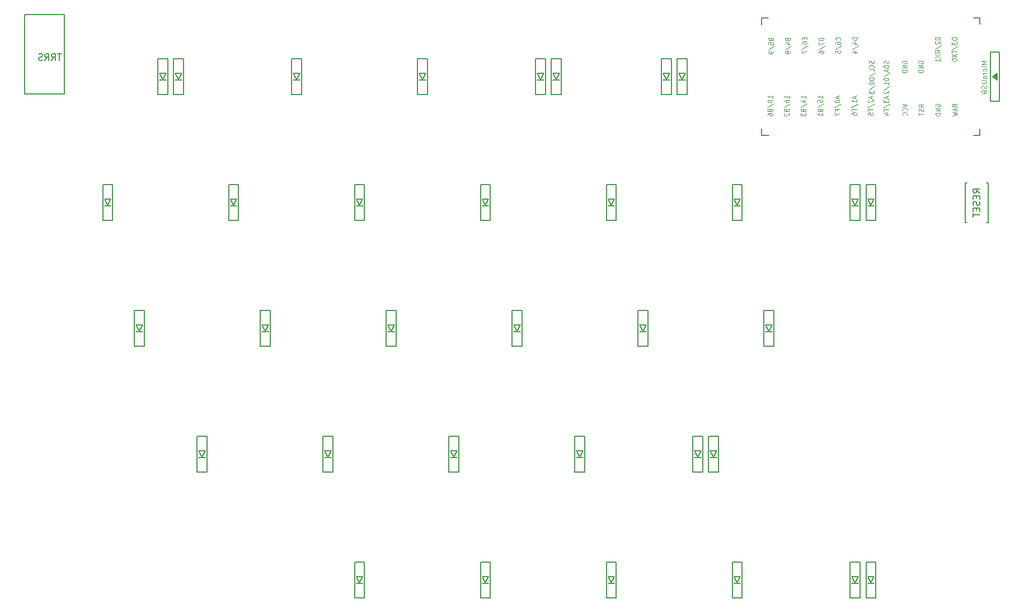
<source format=gbr>
G04 #@! TF.GenerationSoftware,KiCad,Pcbnew,(5.1.2-1)-1*
G04 #@! TF.CreationDate,2019-08-02T10:41:21+09:00*
G04 #@! TF.ProjectId,split-ask_right,73706c69-742d-4617-936b-5f7269676874,rev?*
G04 #@! TF.SameCoordinates,Original*
G04 #@! TF.FileFunction,Legend,Bot*
G04 #@! TF.FilePolarity,Positive*
%FSLAX46Y46*%
G04 Gerber Fmt 4.6, Leading zero omitted, Abs format (unit mm)*
G04 Created by KiCad (PCBNEW (5.1.2-1)-1) date 2019-08-02 10:41:21*
%MOMM*%
%LPD*%
G04 APERTURE LIST*
%ADD10C,0.150000*%
%ADD11C,0.120000*%
%ADD12C,0.125000*%
G04 APERTURE END LIST*
D10*
X175022000Y-33737500D02*
X174522000Y-32837500D01*
X174522000Y-32837500D02*
X175522000Y-32837500D01*
X175522000Y-32837500D02*
X175022000Y-33737500D01*
X174522000Y-33837500D02*
X175522000Y-33837500D01*
X174272000Y-30637500D02*
X174272000Y-36037500D01*
X174272000Y-36037500D02*
X175772000Y-36037500D01*
X175772000Y-36037500D02*
X175772000Y-30637500D01*
X175772000Y-30637500D02*
X174272000Y-30637500D01*
X178153000Y-30637500D02*
X176653000Y-30637500D01*
X178153000Y-36037500D02*
X178153000Y-30637500D01*
X176653000Y-36037500D02*
X178153000Y-36037500D01*
X176653000Y-30637500D02*
X176653000Y-36037500D01*
X176903000Y-33837500D02*
X177903000Y-33837500D01*
X177903000Y-32837500D02*
X177403000Y-33737500D01*
X176903000Y-32837500D02*
X177903000Y-32837500D01*
X177403000Y-33737500D02*
X176903000Y-32837500D01*
X195262000Y-33737500D02*
X194762000Y-32837500D01*
X194762000Y-32837500D02*
X195762000Y-32837500D01*
X195762000Y-32837500D02*
X195262000Y-33737500D01*
X194762000Y-33837500D02*
X195762000Y-33837500D01*
X194512000Y-30637500D02*
X194512000Y-36037500D01*
X194512000Y-36037500D02*
X196012000Y-36037500D01*
X196012000Y-36037500D02*
X196012000Y-30637500D01*
X196012000Y-30637500D02*
X194512000Y-30637500D01*
X215062000Y-30637500D02*
X213562000Y-30637500D01*
X215062000Y-36037500D02*
X215062000Y-30637500D01*
X213562000Y-36037500D02*
X215062000Y-36037500D01*
X213562000Y-30637500D02*
X213562000Y-36037500D01*
X213812000Y-33837500D02*
X214812000Y-33837500D01*
X214812000Y-32837500D02*
X214312000Y-33737500D01*
X213812000Y-32837500D02*
X214812000Y-32837500D01*
X214312000Y-33737500D02*
X213812000Y-32837500D01*
X232172000Y-33737500D02*
X231672000Y-32837500D01*
X231672000Y-32837500D02*
X232672000Y-32837500D01*
X232672000Y-32837500D02*
X232172000Y-33737500D01*
X231672000Y-33837500D02*
X232672000Y-33837500D01*
X231422000Y-30637500D02*
X231422000Y-36037500D01*
X231422000Y-36037500D02*
X232922000Y-36037500D01*
X232922000Y-36037500D02*
X232922000Y-30637500D01*
X232922000Y-30637500D02*
X231422000Y-30637500D01*
X235303000Y-30637500D02*
X233803000Y-30637500D01*
X235303000Y-36037500D02*
X235303000Y-30637500D01*
X233803000Y-36037500D02*
X235303000Y-36037500D01*
X233803000Y-30637500D02*
X233803000Y-36037500D01*
X234053000Y-33837500D02*
X235053000Y-33837500D01*
X235053000Y-32837500D02*
X234553000Y-33737500D01*
X234053000Y-32837500D02*
X235053000Y-32837500D01*
X234553000Y-33737500D02*
X234053000Y-32837500D01*
X251222000Y-33737500D02*
X250722000Y-32837500D01*
X250722000Y-32837500D02*
X251722000Y-32837500D01*
X251722000Y-32837500D02*
X251222000Y-33737500D01*
X250722000Y-33837500D02*
X251722000Y-33837500D01*
X250472000Y-30637500D02*
X250472000Y-36037500D01*
X250472000Y-36037500D02*
X251972000Y-36037500D01*
X251972000Y-36037500D02*
X251972000Y-30637500D01*
X251972000Y-30637500D02*
X250472000Y-30637500D01*
X254353000Y-30637500D02*
X252853000Y-30637500D01*
X254353000Y-36037500D02*
X254353000Y-30637500D01*
X252853000Y-36037500D02*
X254353000Y-36037500D01*
X252853000Y-30637500D02*
X252853000Y-36037500D01*
X253103000Y-33837500D02*
X254103000Y-33837500D01*
X254103000Y-32837500D02*
X253603000Y-33737500D01*
X253103000Y-32837500D02*
X254103000Y-32837500D01*
X253603000Y-33737500D02*
X253103000Y-32837500D01*
X166688000Y-52787500D02*
X166188000Y-51887500D01*
X166188000Y-51887500D02*
X167188000Y-51887500D01*
X167188000Y-51887500D02*
X166688000Y-52787500D01*
X166188000Y-52887500D02*
X167188000Y-52887500D01*
X165938000Y-49687500D02*
X165938000Y-55087500D01*
X165938000Y-55087500D02*
X167438000Y-55087500D01*
X167438000Y-55087500D02*
X167438000Y-49687500D01*
X167438000Y-49687500D02*
X165938000Y-49687500D01*
X186488000Y-49687500D02*
X184988000Y-49687500D01*
X186488000Y-55087500D02*
X186488000Y-49687500D01*
X184988000Y-55087500D02*
X186488000Y-55087500D01*
X184988000Y-49687500D02*
X184988000Y-55087500D01*
X185238000Y-52887500D02*
X186238000Y-52887500D01*
X186238000Y-51887500D02*
X185738000Y-52787500D01*
X185238000Y-51887500D02*
X186238000Y-51887500D01*
X185738000Y-52787500D02*
X185238000Y-51887500D01*
X204788000Y-52787500D02*
X204288000Y-51887500D01*
X204288000Y-51887500D02*
X205288000Y-51887500D01*
X205288000Y-51887500D02*
X204788000Y-52787500D01*
X204288000Y-52887500D02*
X205288000Y-52887500D01*
X204038000Y-49687500D02*
X204038000Y-55087500D01*
X204038000Y-55087500D02*
X205538000Y-55087500D01*
X205538000Y-55087500D02*
X205538000Y-49687500D01*
X205538000Y-49687500D02*
X204038000Y-49687500D01*
X224588000Y-49687500D02*
X223088000Y-49687500D01*
X224588000Y-55087500D02*
X224588000Y-49687500D01*
X223088000Y-55087500D02*
X224588000Y-55087500D01*
X223088000Y-49687500D02*
X223088000Y-55087500D01*
X223338000Y-52887500D02*
X224338000Y-52887500D01*
X224338000Y-51887500D02*
X223838000Y-52787500D01*
X223338000Y-51887500D02*
X224338000Y-51887500D01*
X223838000Y-52787500D02*
X223338000Y-51887500D01*
X242888000Y-52787500D02*
X242388000Y-51887500D01*
X242388000Y-51887500D02*
X243388000Y-51887500D01*
X243388000Y-51887500D02*
X242888000Y-52787500D01*
X242388000Y-52887500D02*
X243388000Y-52887500D01*
X242138000Y-49687500D02*
X242138000Y-55087500D01*
X242138000Y-55087500D02*
X243638000Y-55087500D01*
X243638000Y-55087500D02*
X243638000Y-49687500D01*
X243638000Y-49687500D02*
X242138000Y-49687500D01*
X262688000Y-49687500D02*
X261188000Y-49687500D01*
X262688000Y-55087500D02*
X262688000Y-49687500D01*
X261188000Y-55087500D02*
X262688000Y-55087500D01*
X261188000Y-49687500D02*
X261188000Y-55087500D01*
X261438000Y-52887500D02*
X262438000Y-52887500D01*
X262438000Y-51887500D02*
X261938000Y-52787500D01*
X261438000Y-51887500D02*
X262438000Y-51887500D01*
X261938000Y-52787500D02*
X261438000Y-51887500D01*
X279797000Y-52787500D02*
X279297000Y-51887500D01*
X279297000Y-51887500D02*
X280297000Y-51887500D01*
X280297000Y-51887500D02*
X279797000Y-52787500D01*
X279297000Y-52887500D02*
X280297000Y-52887500D01*
X279047000Y-49687500D02*
X279047000Y-55087500D01*
X279047000Y-55087500D02*
X280547000Y-55087500D01*
X280547000Y-55087500D02*
X280547000Y-49687500D01*
X280547000Y-49687500D02*
X279047000Y-49687500D01*
X282928000Y-49687500D02*
X281428000Y-49687500D01*
X282928000Y-55087500D02*
X282928000Y-49687500D01*
X281428000Y-55087500D02*
X282928000Y-55087500D01*
X281428000Y-49687500D02*
X281428000Y-55087500D01*
X281678000Y-52887500D02*
X282678000Y-52887500D01*
X282678000Y-51887500D02*
X282178000Y-52787500D01*
X281678000Y-51887500D02*
X282678000Y-51887500D01*
X282178000Y-52787500D02*
X281678000Y-51887500D01*
X171450000Y-71837500D02*
X170950000Y-70937500D01*
X170950000Y-70937500D02*
X171950000Y-70937500D01*
X171950000Y-70937500D02*
X171450000Y-71837500D01*
X170950000Y-71937500D02*
X171950000Y-71937500D01*
X170700000Y-68737500D02*
X170700000Y-74137500D01*
X170700000Y-74137500D02*
X172200000Y-74137500D01*
X172200000Y-74137500D02*
X172200000Y-68737500D01*
X172200000Y-68737500D02*
X170700000Y-68737500D01*
X191250000Y-68737500D02*
X189750000Y-68737500D01*
X191250000Y-74137500D02*
X191250000Y-68737500D01*
X189750000Y-74137500D02*
X191250000Y-74137500D01*
X189750000Y-68737500D02*
X189750000Y-74137500D01*
X190000000Y-71937500D02*
X191000000Y-71937500D01*
X191000000Y-70937500D02*
X190500000Y-71837500D01*
X190000000Y-70937500D02*
X191000000Y-70937500D01*
X190500000Y-71837500D02*
X190000000Y-70937500D01*
X209550000Y-71837500D02*
X209050000Y-70937500D01*
X209050000Y-70937500D02*
X210050000Y-70937500D01*
X210050000Y-70937500D02*
X209550000Y-71837500D01*
X209050000Y-71937500D02*
X210050000Y-71937500D01*
X208800000Y-68737500D02*
X208800000Y-74137500D01*
X208800000Y-74137500D02*
X210300000Y-74137500D01*
X210300000Y-74137500D02*
X210300000Y-68737500D01*
X210300000Y-68737500D02*
X208800000Y-68737500D01*
X229350000Y-68737500D02*
X227850000Y-68737500D01*
X229350000Y-74137500D02*
X229350000Y-68737500D01*
X227850000Y-74137500D02*
X229350000Y-74137500D01*
X227850000Y-68737500D02*
X227850000Y-74137500D01*
X228100000Y-71937500D02*
X229100000Y-71937500D01*
X229100000Y-70937500D02*
X228600000Y-71837500D01*
X228100000Y-70937500D02*
X229100000Y-70937500D01*
X228600000Y-71837500D02*
X228100000Y-70937500D01*
X247650000Y-71837500D02*
X247150000Y-70937500D01*
X247150000Y-70937500D02*
X248150000Y-70937500D01*
X248150000Y-70937500D02*
X247650000Y-71837500D01*
X247150000Y-71937500D02*
X248150000Y-71937500D01*
X246900000Y-68737500D02*
X246900000Y-74137500D01*
X246900000Y-74137500D02*
X248400000Y-74137500D01*
X248400000Y-74137500D02*
X248400000Y-68737500D01*
X248400000Y-68737500D02*
X246900000Y-68737500D01*
X267450000Y-68737500D02*
X265950000Y-68737500D01*
X267450000Y-74137500D02*
X267450000Y-68737500D01*
X265950000Y-74137500D02*
X267450000Y-74137500D01*
X265950000Y-68737500D02*
X265950000Y-74137500D01*
X266200000Y-71937500D02*
X267200000Y-71937500D01*
X267200000Y-70937500D02*
X266700000Y-71837500D01*
X266200000Y-70937500D02*
X267200000Y-70937500D01*
X266700000Y-71837500D02*
X266200000Y-70937500D01*
X180975000Y-90887500D02*
X180475000Y-89987500D01*
X180475000Y-89987500D02*
X181475000Y-89987500D01*
X181475000Y-89987500D02*
X180975000Y-90887500D01*
X180475000Y-90987500D02*
X181475000Y-90987500D01*
X180225000Y-87787500D02*
X180225000Y-93187500D01*
X180225000Y-93187500D02*
X181725000Y-93187500D01*
X181725000Y-93187500D02*
X181725000Y-87787500D01*
X181725000Y-87787500D02*
X180225000Y-87787500D01*
X200775000Y-87787500D02*
X199275000Y-87787500D01*
X200775000Y-93187500D02*
X200775000Y-87787500D01*
X199275000Y-93187500D02*
X200775000Y-93187500D01*
X199275000Y-87787500D02*
X199275000Y-93187500D01*
X199525000Y-90987500D02*
X200525000Y-90987500D01*
X200525000Y-89987500D02*
X200025000Y-90887500D01*
X199525000Y-89987500D02*
X200525000Y-89987500D01*
X200025000Y-90887500D02*
X199525000Y-89987500D01*
X219075000Y-90887500D02*
X218575000Y-89987500D01*
X218575000Y-89987500D02*
X219575000Y-89987500D01*
X219575000Y-89987500D02*
X219075000Y-90887500D01*
X218575000Y-90987500D02*
X219575000Y-90987500D01*
X218325000Y-87787500D02*
X218325000Y-93187500D01*
X218325000Y-93187500D02*
X219825000Y-93187500D01*
X219825000Y-93187500D02*
X219825000Y-87787500D01*
X219825000Y-87787500D02*
X218325000Y-87787500D01*
X238875000Y-87787500D02*
X237375000Y-87787500D01*
X238875000Y-93187500D02*
X238875000Y-87787500D01*
X237375000Y-93187500D02*
X238875000Y-93187500D01*
X237375000Y-87787500D02*
X237375000Y-93187500D01*
X237625000Y-90987500D02*
X238625000Y-90987500D01*
X238625000Y-89987500D02*
X238125000Y-90887500D01*
X237625000Y-89987500D02*
X238625000Y-89987500D01*
X238125000Y-90887500D02*
X237625000Y-89987500D01*
X255984000Y-90887500D02*
X255484000Y-89987500D01*
X255484000Y-89987500D02*
X256484000Y-89987500D01*
X256484000Y-89987500D02*
X255984000Y-90887500D01*
X255484000Y-90987500D02*
X256484000Y-90987500D01*
X255234000Y-87787500D02*
X255234000Y-93187500D01*
X255234000Y-93187500D02*
X256734000Y-93187500D01*
X256734000Y-93187500D02*
X256734000Y-87787500D01*
X256734000Y-87787500D02*
X255234000Y-87787500D01*
X259116000Y-87787500D02*
X257616000Y-87787500D01*
X259116000Y-93187500D02*
X259116000Y-87787500D01*
X257616000Y-93187500D02*
X259116000Y-93187500D01*
X257616000Y-87787500D02*
X257616000Y-93187500D01*
X257866000Y-90987500D02*
X258866000Y-90987500D01*
X258866000Y-89987500D02*
X258366000Y-90887500D01*
X257866000Y-89987500D02*
X258866000Y-89987500D01*
X258366000Y-90887500D02*
X257866000Y-89987500D01*
X160162000Y-23960000D02*
X154162000Y-23960000D01*
X154162000Y-23960000D02*
X154162000Y-35960000D01*
X154162000Y-35960000D02*
X160162000Y-35960000D01*
X160162000Y-35960000D02*
X160162000Y-23960000D01*
X204788000Y-109938000D02*
X204288000Y-109038000D01*
X204288000Y-109038000D02*
X205288000Y-109038000D01*
X205288000Y-109038000D02*
X204788000Y-109938000D01*
X204288000Y-110038000D02*
X205288000Y-110038000D01*
X204038000Y-106838000D02*
X204038000Y-112238000D01*
X204038000Y-112238000D02*
X205538000Y-112238000D01*
X205538000Y-112238000D02*
X205538000Y-106838000D01*
X205538000Y-106838000D02*
X204038000Y-106838000D01*
X224588000Y-106838000D02*
X223088000Y-106838000D01*
X224588000Y-112238000D02*
X224588000Y-106838000D01*
X223088000Y-112238000D02*
X224588000Y-112238000D01*
X223088000Y-106838000D02*
X223088000Y-112238000D01*
X223338000Y-110038000D02*
X224338000Y-110038000D01*
X224338000Y-109038000D02*
X223838000Y-109938000D01*
X223338000Y-109038000D02*
X224338000Y-109038000D01*
X223838000Y-109938000D02*
X223338000Y-109038000D01*
X242888000Y-109938000D02*
X242388000Y-109038000D01*
X242388000Y-109038000D02*
X243388000Y-109038000D01*
X243388000Y-109038000D02*
X242888000Y-109938000D01*
X242388000Y-110038000D02*
X243388000Y-110038000D01*
X242138000Y-106838000D02*
X242138000Y-112238000D01*
X242138000Y-112238000D02*
X243638000Y-112238000D01*
X243638000Y-112238000D02*
X243638000Y-106838000D01*
X243638000Y-106838000D02*
X242138000Y-106838000D01*
X262688000Y-106838000D02*
X261188000Y-106838000D01*
X262688000Y-112238000D02*
X262688000Y-106838000D01*
X261188000Y-112238000D02*
X262688000Y-112238000D01*
X261188000Y-106838000D02*
X261188000Y-112238000D01*
X261438000Y-110038000D02*
X262438000Y-110038000D01*
X262438000Y-109038000D02*
X261938000Y-109938000D01*
X261438000Y-109038000D02*
X262438000Y-109038000D01*
X261938000Y-109938000D02*
X261438000Y-109038000D01*
X279797000Y-109938000D02*
X279297000Y-109038000D01*
X279297000Y-109038000D02*
X280297000Y-109038000D01*
X280297000Y-109038000D02*
X279797000Y-109938000D01*
X279297000Y-110038000D02*
X280297000Y-110038000D01*
X279047000Y-106838000D02*
X279047000Y-112238000D01*
X279047000Y-112238000D02*
X280547000Y-112238000D01*
X280547000Y-112238000D02*
X280547000Y-106838000D01*
X280547000Y-106838000D02*
X279047000Y-106838000D01*
X282928000Y-106838000D02*
X281428000Y-106838000D01*
X282928000Y-112238000D02*
X282928000Y-106838000D01*
X281428000Y-112238000D02*
X282928000Y-112238000D01*
X281428000Y-106838000D02*
X281428000Y-112238000D01*
X281678000Y-110038000D02*
X282678000Y-110038000D01*
X282678000Y-109038000D02*
X282178000Y-109938000D01*
X281678000Y-109038000D02*
X282678000Y-109038000D01*
X282178000Y-109938000D02*
X281678000Y-109038000D01*
X300790000Y-33487500D02*
X300790000Y-33187500D01*
X300940000Y-33587500D02*
X300940000Y-33087500D01*
X301090000Y-33687500D02*
X301090000Y-32987500D01*
X300590000Y-33337500D02*
X301240000Y-33837500D01*
X301240000Y-32837500D02*
X300590000Y-33337500D01*
X301240000Y-33837500D02*
X301240000Y-32837500D01*
X301590000Y-29587500D02*
X301590000Y-37087500D01*
X300290000Y-29587500D02*
X301590000Y-29587500D01*
X300290000Y-37087500D02*
X300290000Y-29587500D01*
X301590000Y-37087500D02*
X300290000Y-37087500D01*
X298690000Y-42237500D02*
X297690000Y-42237500D01*
X298690000Y-24437500D02*
X297690000Y-24437500D01*
X298690000Y-42237500D02*
X298690000Y-41237500D01*
X298690000Y-24437500D02*
X298690000Y-25387500D01*
X266690000Y-42237500D02*
X265640000Y-42237500D01*
X266640000Y-24437500D02*
X265640000Y-24437500D01*
X265640000Y-42237500D02*
X265640000Y-41237500D01*
X265640000Y-24437500D02*
X265640000Y-25447500D01*
X299930000Y-49387500D02*
X299930000Y-55387500D01*
X299930000Y-55387500D02*
X299680000Y-55387500D01*
X299930000Y-49387500D02*
X299680000Y-49387500D01*
X296430000Y-49387500D02*
X296680000Y-49387500D01*
X296430000Y-49387500D02*
X296430000Y-55387500D01*
X296430000Y-55387500D02*
X296680000Y-55387500D01*
X159673904Y-29862380D02*
X159102476Y-29862380D01*
X159388190Y-30862380D02*
X159388190Y-29862380D01*
X158197714Y-30862380D02*
X158531047Y-30386190D01*
X158769142Y-30862380D02*
X158769142Y-29862380D01*
X158388190Y-29862380D01*
X158292952Y-29910000D01*
X158245333Y-29957619D01*
X158197714Y-30052857D01*
X158197714Y-30195714D01*
X158245333Y-30290952D01*
X158292952Y-30338571D01*
X158388190Y-30386190D01*
X158769142Y-30386190D01*
X157197714Y-30862380D02*
X157531047Y-30386190D01*
X157769142Y-30862380D02*
X157769142Y-29862380D01*
X157388190Y-29862380D01*
X157292952Y-29910000D01*
X157245333Y-29957619D01*
X157197714Y-30052857D01*
X157197714Y-30195714D01*
X157245333Y-30290952D01*
X157292952Y-30338571D01*
X157388190Y-30386190D01*
X157769142Y-30386190D01*
X156816761Y-30814761D02*
X156673904Y-30862380D01*
X156435809Y-30862380D01*
X156340571Y-30814761D01*
X156292952Y-30767142D01*
X156245333Y-30671904D01*
X156245333Y-30576666D01*
X156292952Y-30481428D01*
X156340571Y-30433809D01*
X156435809Y-30386190D01*
X156626285Y-30338571D01*
X156721523Y-30290952D01*
X156769142Y-30243333D01*
X156816761Y-30148095D01*
X156816761Y-30052857D01*
X156769142Y-29957619D01*
X156721523Y-29910000D01*
X156626285Y-29862380D01*
X156388190Y-29862380D01*
X156245333Y-29910000D01*
D11*
X299679285Y-30941071D02*
X298929285Y-30941071D01*
X299465000Y-31191071D01*
X298929285Y-31441071D01*
X299679285Y-31441071D01*
X299679285Y-31798214D02*
X299179285Y-31798214D01*
X298929285Y-31798214D02*
X298965000Y-31762500D01*
X299000714Y-31798214D01*
X298965000Y-31833928D01*
X298929285Y-31798214D01*
X299000714Y-31798214D01*
X299643571Y-32476785D02*
X299679285Y-32405357D01*
X299679285Y-32262500D01*
X299643571Y-32191071D01*
X299607857Y-32155357D01*
X299536428Y-32119642D01*
X299322142Y-32119642D01*
X299250714Y-32155357D01*
X299215000Y-32191071D01*
X299179285Y-32262500D01*
X299179285Y-32405357D01*
X299215000Y-32476785D01*
X299679285Y-32798214D02*
X299179285Y-32798214D01*
X299322142Y-32798214D02*
X299250714Y-32833928D01*
X299215000Y-32869642D01*
X299179285Y-32941071D01*
X299179285Y-33012500D01*
X299679285Y-33369642D02*
X299643571Y-33298214D01*
X299607857Y-33262500D01*
X299536428Y-33226785D01*
X299322142Y-33226785D01*
X299250714Y-33262500D01*
X299215000Y-33298214D01*
X299179285Y-33369642D01*
X299179285Y-33476785D01*
X299215000Y-33548214D01*
X299250714Y-33583928D01*
X299322142Y-33619642D01*
X299536428Y-33619642D01*
X299607857Y-33583928D01*
X299643571Y-33548214D01*
X299679285Y-33476785D01*
X299679285Y-33369642D01*
X298929285Y-33941071D02*
X299536428Y-33941071D01*
X299607857Y-33976785D01*
X299643571Y-34012500D01*
X299679285Y-34083928D01*
X299679285Y-34226785D01*
X299643571Y-34298214D01*
X299607857Y-34333928D01*
X299536428Y-34369642D01*
X298929285Y-34369642D01*
X299643571Y-34691071D02*
X299679285Y-34798214D01*
X299679285Y-34976785D01*
X299643571Y-35048214D01*
X299607857Y-35083928D01*
X299536428Y-35119642D01*
X299465000Y-35119642D01*
X299393571Y-35083928D01*
X299357857Y-35048214D01*
X299322142Y-34976785D01*
X299286428Y-34833928D01*
X299250714Y-34762500D01*
X299215000Y-34726785D01*
X299143571Y-34691071D01*
X299072142Y-34691071D01*
X299000714Y-34726785D01*
X298965000Y-34762500D01*
X298929285Y-34833928D01*
X298929285Y-35012500D01*
X298965000Y-35119642D01*
X299286428Y-35691071D02*
X299322142Y-35798214D01*
X299357857Y-35833928D01*
X299429285Y-35869642D01*
X299536428Y-35869642D01*
X299607857Y-35833928D01*
X299643571Y-35798214D01*
X299679285Y-35726785D01*
X299679285Y-35441071D01*
X298929285Y-35441071D01*
X298929285Y-35691071D01*
X298965000Y-35762500D01*
X299000714Y-35798214D01*
X299072142Y-35833928D01*
X299143571Y-35833928D01*
X299215000Y-35798214D01*
X299250714Y-35762500D01*
X299286428Y-35691071D01*
X299286428Y-35441071D01*
D12*
X269536428Y-27691309D02*
X269572142Y-27787023D01*
X269607857Y-27818928D01*
X269679285Y-27850833D01*
X269786428Y-27850833D01*
X269857857Y-27818928D01*
X269893571Y-27787023D01*
X269929285Y-27723214D01*
X269929285Y-27467976D01*
X269179285Y-27467976D01*
X269179285Y-27691309D01*
X269215000Y-27755119D01*
X269250714Y-27787023D01*
X269322142Y-27818928D01*
X269393571Y-27818928D01*
X269465000Y-27787023D01*
X269500714Y-27755119D01*
X269536428Y-27691309D01*
X269536428Y-27467976D01*
X269429285Y-28425119D02*
X269929285Y-28425119D01*
X269143571Y-28265595D02*
X269679285Y-28106071D01*
X269679285Y-28520833D01*
X269143571Y-29254642D02*
X270107857Y-28680357D01*
X269500714Y-29573690D02*
X269465000Y-29509880D01*
X269429285Y-29477976D01*
X269357857Y-29446071D01*
X269322142Y-29446071D01*
X269250714Y-29477976D01*
X269215000Y-29509880D01*
X269179285Y-29573690D01*
X269179285Y-29701309D01*
X269215000Y-29765119D01*
X269250714Y-29797023D01*
X269322142Y-29828928D01*
X269357857Y-29828928D01*
X269429285Y-29797023D01*
X269465000Y-29765119D01*
X269500714Y-29701309D01*
X269500714Y-29573690D01*
X269536428Y-29509880D01*
X269572142Y-29477976D01*
X269643571Y-29446071D01*
X269786428Y-29446071D01*
X269857857Y-29477976D01*
X269893571Y-29509880D01*
X269929285Y-29573690D01*
X269929285Y-29701309D01*
X269893571Y-29765119D01*
X269857857Y-29797023D01*
X269786428Y-29828928D01*
X269643571Y-29828928D01*
X269572142Y-29797023D01*
X269536428Y-29765119D01*
X269500714Y-29701309D01*
X292629285Y-27363928D02*
X291879285Y-27363928D01*
X291879285Y-27523452D01*
X291915000Y-27619166D01*
X291986428Y-27682976D01*
X292057857Y-27714880D01*
X292200714Y-27746785D01*
X292307857Y-27746785D01*
X292450714Y-27714880D01*
X292522142Y-27682976D01*
X292593571Y-27619166D01*
X292629285Y-27523452D01*
X292629285Y-27363928D01*
X291950714Y-28002023D02*
X291915000Y-28033928D01*
X291879285Y-28097738D01*
X291879285Y-28257261D01*
X291915000Y-28321071D01*
X291950714Y-28352976D01*
X292022142Y-28384880D01*
X292093571Y-28384880D01*
X292200714Y-28352976D01*
X292629285Y-27970119D01*
X292629285Y-28384880D01*
X291843571Y-29150595D02*
X292807857Y-28576309D01*
X292629285Y-29756785D02*
X292272142Y-29533452D01*
X292629285Y-29373928D02*
X291879285Y-29373928D01*
X291879285Y-29629166D01*
X291915000Y-29692976D01*
X291950714Y-29724880D01*
X292022142Y-29756785D01*
X292129285Y-29756785D01*
X292200714Y-29724880D01*
X292236428Y-29692976D01*
X292272142Y-29629166D01*
X292272142Y-29373928D01*
X291879285Y-29980119D02*
X292629285Y-30426785D01*
X291879285Y-30426785D02*
X292629285Y-29980119D01*
X292629285Y-31032976D02*
X292629285Y-30650119D01*
X292629285Y-30841547D02*
X291879285Y-30841547D01*
X291986428Y-30777738D01*
X292057857Y-30713928D01*
X292093571Y-30650119D01*
X267036428Y-27691309D02*
X267072142Y-27787023D01*
X267107857Y-27818928D01*
X267179285Y-27850833D01*
X267286428Y-27850833D01*
X267357857Y-27818928D01*
X267393571Y-27787023D01*
X267429285Y-27723214D01*
X267429285Y-27467976D01*
X266679285Y-27467976D01*
X266679285Y-27691309D01*
X266715000Y-27755119D01*
X266750714Y-27787023D01*
X266822142Y-27818928D01*
X266893571Y-27818928D01*
X266965000Y-27787023D01*
X267000714Y-27755119D01*
X267036428Y-27691309D01*
X267036428Y-27467976D01*
X266679285Y-28457023D02*
X266679285Y-28137976D01*
X267036428Y-28106071D01*
X267000714Y-28137976D01*
X266965000Y-28201785D01*
X266965000Y-28361309D01*
X267000714Y-28425119D01*
X267036428Y-28457023D01*
X267107857Y-28488928D01*
X267286428Y-28488928D01*
X267357857Y-28457023D01*
X267393571Y-28425119D01*
X267429285Y-28361309D01*
X267429285Y-28201785D01*
X267393571Y-28137976D01*
X267357857Y-28106071D01*
X266643571Y-29254642D02*
X267607857Y-28680357D01*
X267429285Y-29509880D02*
X267429285Y-29637500D01*
X267393571Y-29701309D01*
X267357857Y-29733214D01*
X267250714Y-29797023D01*
X267107857Y-29828928D01*
X266822142Y-29828928D01*
X266750714Y-29797023D01*
X266715000Y-29765119D01*
X266679285Y-29701309D01*
X266679285Y-29573690D01*
X266715000Y-29509880D01*
X266750714Y-29477976D01*
X266822142Y-29446071D01*
X267000714Y-29446071D01*
X267072142Y-29477976D01*
X267107857Y-29509880D01*
X267143571Y-29573690D01*
X267143571Y-29701309D01*
X267107857Y-29765119D01*
X267072142Y-29797023D01*
X267000714Y-29828928D01*
X277507857Y-27808690D02*
X277543571Y-27776785D01*
X277579285Y-27681071D01*
X277579285Y-27617261D01*
X277543571Y-27521547D01*
X277472142Y-27457737D01*
X277400714Y-27425833D01*
X277257857Y-27393928D01*
X277150714Y-27393928D01*
X277007857Y-27425833D01*
X276936428Y-27457737D01*
X276865000Y-27521547D01*
X276829285Y-27617261D01*
X276829285Y-27681071D01*
X276865000Y-27776785D01*
X276900714Y-27808690D01*
X276829285Y-28382976D02*
X276829285Y-28255357D01*
X276865000Y-28191547D01*
X276900714Y-28159642D01*
X277007857Y-28095833D01*
X277150714Y-28063928D01*
X277436428Y-28063928D01*
X277507857Y-28095833D01*
X277543571Y-28127737D01*
X277579285Y-28191547D01*
X277579285Y-28319166D01*
X277543571Y-28382976D01*
X277507857Y-28414880D01*
X277436428Y-28446785D01*
X277257857Y-28446785D01*
X277186428Y-28414880D01*
X277150714Y-28382976D01*
X277115000Y-28319166D01*
X277115000Y-28191547D01*
X277150714Y-28127737D01*
X277186428Y-28095833D01*
X277257857Y-28063928D01*
X276793571Y-29212499D02*
X277757857Y-28638214D01*
X276829285Y-29754880D02*
X276829285Y-29435833D01*
X277186428Y-29403928D01*
X277150714Y-29435833D01*
X277115000Y-29499642D01*
X277115000Y-29659166D01*
X277150714Y-29722976D01*
X277186428Y-29754880D01*
X277257857Y-29786785D01*
X277436428Y-29786785D01*
X277507857Y-29754880D01*
X277543571Y-29722976D01*
X277579285Y-29659166D01*
X277579285Y-29499642D01*
X277543571Y-29435833D01*
X277507857Y-29403928D01*
X282593571Y-30927380D02*
X282629285Y-31023095D01*
X282629285Y-31182619D01*
X282593571Y-31246428D01*
X282557857Y-31278333D01*
X282486428Y-31310238D01*
X282415000Y-31310238D01*
X282343571Y-31278333D01*
X282307857Y-31246428D01*
X282272142Y-31182619D01*
X282236428Y-31055000D01*
X282200714Y-30991190D01*
X282165000Y-30959285D01*
X282093571Y-30927380D01*
X282022142Y-30927380D01*
X281950714Y-30959285D01*
X281915000Y-30991190D01*
X281879285Y-31055000D01*
X281879285Y-31214523D01*
X281915000Y-31310238D01*
X282557857Y-31980238D02*
X282593571Y-31948333D01*
X282629285Y-31852619D01*
X282629285Y-31788809D01*
X282593571Y-31693095D01*
X282522142Y-31629285D01*
X282450714Y-31597380D01*
X282307857Y-31565476D01*
X282200714Y-31565476D01*
X282057857Y-31597380D01*
X281986428Y-31629285D01*
X281915000Y-31693095D01*
X281879285Y-31788809D01*
X281879285Y-31852619D01*
X281915000Y-31948333D01*
X281950714Y-31980238D01*
X282629285Y-32586428D02*
X282629285Y-32267380D01*
X281879285Y-32267380D01*
X281843571Y-33288333D02*
X282807857Y-32714047D01*
X282629285Y-33511666D02*
X281879285Y-33511666D01*
X281879285Y-33671190D01*
X281915000Y-33766904D01*
X281986428Y-33830714D01*
X282057857Y-33862619D01*
X282200714Y-33894523D01*
X282307857Y-33894523D01*
X282450714Y-33862619D01*
X282522142Y-33830714D01*
X282593571Y-33766904D01*
X282629285Y-33671190D01*
X282629285Y-33511666D01*
X281879285Y-34309285D02*
X281879285Y-34373095D01*
X281915000Y-34436904D01*
X281950714Y-34468809D01*
X282022142Y-34500714D01*
X282165000Y-34532619D01*
X282343571Y-34532619D01*
X282486428Y-34500714D01*
X282557857Y-34468809D01*
X282593571Y-34436904D01*
X282629285Y-34373095D01*
X282629285Y-34309285D01*
X282593571Y-34245476D01*
X282557857Y-34213571D01*
X282486428Y-34181666D01*
X282343571Y-34149761D01*
X282165000Y-34149761D01*
X282022142Y-34181666D01*
X281950714Y-34213571D01*
X281915000Y-34245476D01*
X281879285Y-34309285D01*
X281843571Y-35298333D02*
X282807857Y-34724047D01*
X281879285Y-35457857D02*
X281879285Y-35872619D01*
X282165000Y-35649285D01*
X282165000Y-35745000D01*
X282200714Y-35808809D01*
X282236428Y-35840714D01*
X282307857Y-35872619D01*
X282486428Y-35872619D01*
X282557857Y-35840714D01*
X282593571Y-35808809D01*
X282629285Y-35745000D01*
X282629285Y-35553571D01*
X282593571Y-35489761D01*
X282557857Y-35457857D01*
X284833571Y-30927381D02*
X284869285Y-31023095D01*
X284869285Y-31182619D01*
X284833571Y-31246429D01*
X284797857Y-31278333D01*
X284726428Y-31310238D01*
X284655000Y-31310238D01*
X284583571Y-31278333D01*
X284547857Y-31246429D01*
X284512142Y-31182619D01*
X284476428Y-31055000D01*
X284440714Y-30991191D01*
X284405000Y-30959286D01*
X284333571Y-30927381D01*
X284262142Y-30927381D01*
X284190714Y-30959286D01*
X284155000Y-30991191D01*
X284119285Y-31055000D01*
X284119285Y-31214524D01*
X284155000Y-31310238D01*
X284869285Y-31597381D02*
X284119285Y-31597381D01*
X284119285Y-31756905D01*
X284155000Y-31852619D01*
X284226428Y-31916429D01*
X284297857Y-31948333D01*
X284440714Y-31980238D01*
X284547857Y-31980238D01*
X284690714Y-31948333D01*
X284762142Y-31916429D01*
X284833571Y-31852619D01*
X284869285Y-31756905D01*
X284869285Y-31597381D01*
X284655000Y-32235476D02*
X284655000Y-32554524D01*
X284869285Y-32171667D02*
X284119285Y-32395000D01*
X284869285Y-32618333D01*
X284083571Y-33320238D02*
X285047857Y-32745953D01*
X284869285Y-33543572D02*
X284119285Y-33543572D01*
X284119285Y-33703095D01*
X284155000Y-33798810D01*
X284226428Y-33862619D01*
X284297857Y-33894524D01*
X284440714Y-33926429D01*
X284547857Y-33926429D01*
X284690714Y-33894524D01*
X284762142Y-33862619D01*
X284833571Y-33798810D01*
X284869285Y-33703095D01*
X284869285Y-33543572D01*
X284869285Y-34564524D02*
X284869285Y-34181667D01*
X284869285Y-34373095D02*
X284119285Y-34373095D01*
X284226428Y-34309286D01*
X284297857Y-34245476D01*
X284333571Y-34181667D01*
X284083571Y-35330238D02*
X285047857Y-34755953D01*
X284190714Y-35521667D02*
X284155000Y-35553572D01*
X284119285Y-35617381D01*
X284119285Y-35776905D01*
X284155000Y-35840714D01*
X284190714Y-35872619D01*
X284262142Y-35904524D01*
X284333571Y-35904524D01*
X284440714Y-35872619D01*
X284869285Y-35489762D01*
X284869285Y-35904524D01*
X280129285Y-27425833D02*
X279379285Y-27425833D01*
X279379285Y-27585357D01*
X279415000Y-27681071D01*
X279486428Y-27744880D01*
X279557857Y-27776785D01*
X279700714Y-27808690D01*
X279807857Y-27808690D01*
X279950714Y-27776785D01*
X280022142Y-27744880D01*
X280093571Y-27681071D01*
X280129285Y-27585357D01*
X280129285Y-27425833D01*
X279629285Y-28382976D02*
X280129285Y-28382976D01*
X279343571Y-28223452D02*
X279879285Y-28063928D01*
X279879285Y-28478690D01*
X279343571Y-29212499D02*
X280307857Y-28638214D01*
X279629285Y-29722976D02*
X280129285Y-29722976D01*
X279343571Y-29563452D02*
X279879285Y-29403928D01*
X279879285Y-29818690D01*
X295179285Y-27443690D02*
X294429285Y-27443690D01*
X294429285Y-27603214D01*
X294465000Y-27698928D01*
X294536428Y-27762738D01*
X294607857Y-27794642D01*
X294750714Y-27826547D01*
X294857857Y-27826547D01*
X295000714Y-27794642D01*
X295072142Y-27762738D01*
X295143571Y-27698928D01*
X295179285Y-27603214D01*
X295179285Y-27443690D01*
X294429285Y-28049880D02*
X294429285Y-28464642D01*
X294715000Y-28241309D01*
X294715000Y-28337023D01*
X294750714Y-28400833D01*
X294786428Y-28432738D01*
X294857857Y-28464642D01*
X295036428Y-28464642D01*
X295107857Y-28432738D01*
X295143571Y-28400833D01*
X295179285Y-28337023D01*
X295179285Y-28145595D01*
X295143571Y-28081785D01*
X295107857Y-28049880D01*
X294393571Y-29230357D02*
X295357857Y-28656071D01*
X294429285Y-29357976D02*
X294429285Y-29740833D01*
X295179285Y-29549404D02*
X294429285Y-29549404D01*
X294429285Y-29900357D02*
X295179285Y-30347023D01*
X294429285Y-30347023D02*
X295179285Y-29900357D01*
X294429285Y-30729880D02*
X294429285Y-30793690D01*
X294465000Y-30857500D01*
X294500714Y-30889404D01*
X294572142Y-30921309D01*
X294715000Y-30953214D01*
X294893571Y-30953214D01*
X295036428Y-30921309D01*
X295107857Y-30889404D01*
X295143571Y-30857500D01*
X295179285Y-30793690D01*
X295179285Y-30729880D01*
X295143571Y-30666071D01*
X295107857Y-30634166D01*
X295036428Y-30602261D01*
X294893571Y-30570357D01*
X294715000Y-30570357D01*
X294572142Y-30602261D01*
X294500714Y-30634166D01*
X294465000Y-30666071D01*
X294429285Y-30729880D01*
X286915000Y-31310238D02*
X286879285Y-31246429D01*
X286879285Y-31150715D01*
X286915000Y-31055000D01*
X286986428Y-30991191D01*
X287057857Y-30959286D01*
X287200714Y-30927381D01*
X287307857Y-30927381D01*
X287450714Y-30959286D01*
X287522142Y-30991191D01*
X287593571Y-31055000D01*
X287629285Y-31150715D01*
X287629285Y-31214524D01*
X287593571Y-31310238D01*
X287557857Y-31342143D01*
X287307857Y-31342143D01*
X287307857Y-31214524D01*
X287629285Y-31629286D02*
X286879285Y-31629286D01*
X287629285Y-32012143D01*
X286879285Y-32012143D01*
X287629285Y-32331191D02*
X286879285Y-32331191D01*
X286879285Y-32490715D01*
X286915000Y-32586429D01*
X286986428Y-32650238D01*
X287057857Y-32682143D01*
X287200714Y-32714048D01*
X287307857Y-32714048D01*
X287450714Y-32682143D01*
X287522142Y-32650238D01*
X287593571Y-32586429D01*
X287629285Y-32490715D01*
X287629285Y-32331191D01*
X289365000Y-31310238D02*
X289329285Y-31246429D01*
X289329285Y-31150715D01*
X289365000Y-31055000D01*
X289436428Y-30991191D01*
X289507857Y-30959286D01*
X289650714Y-30927381D01*
X289757857Y-30927381D01*
X289900714Y-30959286D01*
X289972142Y-30991191D01*
X290043571Y-31055000D01*
X290079285Y-31150715D01*
X290079285Y-31214524D01*
X290043571Y-31310238D01*
X290007857Y-31342143D01*
X289757857Y-31342143D01*
X289757857Y-31214524D01*
X290079285Y-31629286D02*
X289329285Y-31629286D01*
X290079285Y-32012143D01*
X289329285Y-32012143D01*
X290079285Y-32331191D02*
X289329285Y-32331191D01*
X289329285Y-32490715D01*
X289365000Y-32586429D01*
X289436428Y-32650238D01*
X289507857Y-32682143D01*
X289650714Y-32714048D01*
X289757857Y-32714048D01*
X289900714Y-32682143D01*
X289972142Y-32650238D01*
X290043571Y-32586429D01*
X290079285Y-32490715D01*
X290079285Y-32331191D01*
X275029285Y-27467976D02*
X274279285Y-27467976D01*
X274279285Y-27627500D01*
X274315000Y-27723214D01*
X274386428Y-27787023D01*
X274457857Y-27818928D01*
X274600714Y-27850833D01*
X274707857Y-27850833D01*
X274850714Y-27818928D01*
X274922142Y-27787023D01*
X274993571Y-27723214D01*
X275029285Y-27627500D01*
X275029285Y-27467976D01*
X274279285Y-28074166D02*
X274279285Y-28520833D01*
X275029285Y-28233690D01*
X274243571Y-29254642D02*
X275207857Y-28680357D01*
X274279285Y-29765119D02*
X274279285Y-29637500D01*
X274315000Y-29573690D01*
X274350714Y-29541785D01*
X274457857Y-29477976D01*
X274600714Y-29446071D01*
X274886428Y-29446071D01*
X274957857Y-29477976D01*
X274993571Y-29509880D01*
X275029285Y-29573690D01*
X275029285Y-29701309D01*
X274993571Y-29765119D01*
X274957857Y-29797023D01*
X274886428Y-29828928D01*
X274707857Y-29828928D01*
X274636428Y-29797023D01*
X274600714Y-29765119D01*
X274565000Y-29701309D01*
X274565000Y-29573690D01*
X274600714Y-29509880D01*
X274636428Y-29477976D01*
X274707857Y-29446071D01*
X272086428Y-27425832D02*
X272086428Y-27649166D01*
X272479285Y-27744880D02*
X272479285Y-27425832D01*
X271729285Y-27425832D01*
X271729285Y-27744880D01*
X271729285Y-28319166D02*
X271729285Y-28191547D01*
X271765000Y-28127737D01*
X271800714Y-28095832D01*
X271907857Y-28032023D01*
X272050714Y-28000118D01*
X272336428Y-28000118D01*
X272407857Y-28032023D01*
X272443571Y-28063928D01*
X272479285Y-28127737D01*
X272479285Y-28255356D01*
X272443571Y-28319166D01*
X272407857Y-28351071D01*
X272336428Y-28382975D01*
X272157857Y-28382975D01*
X272086428Y-28351071D01*
X272050714Y-28319166D01*
X272015000Y-28255356D01*
X272015000Y-28127737D01*
X272050714Y-28063928D01*
X272086428Y-28032023D01*
X272157857Y-28000118D01*
X271693571Y-29148690D02*
X272657857Y-28574404D01*
X271729285Y-29308213D02*
X271729285Y-29754880D01*
X272479285Y-29467737D01*
X269779285Y-36599880D02*
X269779285Y-36217023D01*
X269779285Y-36408452D02*
X269029285Y-36408452D01*
X269136428Y-36344642D01*
X269207857Y-36280833D01*
X269243571Y-36217023D01*
X269029285Y-37174166D02*
X269029285Y-37046547D01*
X269065000Y-36982738D01*
X269100714Y-36950833D01*
X269207857Y-36887023D01*
X269350714Y-36855119D01*
X269636428Y-36855119D01*
X269707857Y-36887023D01*
X269743571Y-36918928D01*
X269779285Y-36982738D01*
X269779285Y-37110357D01*
X269743571Y-37174166D01*
X269707857Y-37206071D01*
X269636428Y-37237976D01*
X269457857Y-37237976D01*
X269386428Y-37206071D01*
X269350714Y-37174166D01*
X269315000Y-37110357D01*
X269315000Y-36982738D01*
X269350714Y-36918928D01*
X269386428Y-36887023D01*
X269457857Y-36855119D01*
X268993571Y-38003690D02*
X269957857Y-37429404D01*
X269386428Y-38450357D02*
X269422142Y-38546071D01*
X269457857Y-38577976D01*
X269529285Y-38609880D01*
X269636428Y-38609880D01*
X269707857Y-38577976D01*
X269743571Y-38546071D01*
X269779285Y-38482261D01*
X269779285Y-38227023D01*
X269029285Y-38227023D01*
X269029285Y-38450357D01*
X269065000Y-38514166D01*
X269100714Y-38546071D01*
X269172142Y-38577976D01*
X269243571Y-38577976D01*
X269315000Y-38546071D01*
X269350714Y-38514166D01*
X269386428Y-38450357D01*
X269386428Y-38227023D01*
X269100714Y-38865119D02*
X269065000Y-38897023D01*
X269029285Y-38960833D01*
X269029285Y-39120357D01*
X269065000Y-39184166D01*
X269100714Y-39216071D01*
X269172142Y-39247976D01*
X269243571Y-39247976D01*
X269350714Y-39216071D01*
X269779285Y-38833214D01*
X269779285Y-39247976D01*
X267279285Y-36599880D02*
X267279285Y-36217023D01*
X267279285Y-36408452D02*
X266529285Y-36408452D01*
X266636428Y-36344642D01*
X266707857Y-36280833D01*
X266743571Y-36217023D01*
X266529285Y-37014642D02*
X266529285Y-37078452D01*
X266565000Y-37142261D01*
X266600714Y-37174166D01*
X266672142Y-37206071D01*
X266815000Y-37237976D01*
X266993571Y-37237976D01*
X267136428Y-37206071D01*
X267207857Y-37174166D01*
X267243571Y-37142261D01*
X267279285Y-37078452D01*
X267279285Y-37014642D01*
X267243571Y-36950833D01*
X267207857Y-36918928D01*
X267136428Y-36887023D01*
X266993571Y-36855119D01*
X266815000Y-36855119D01*
X266672142Y-36887023D01*
X266600714Y-36918928D01*
X266565000Y-36950833D01*
X266529285Y-37014642D01*
X266493571Y-38003690D02*
X267457857Y-37429404D01*
X266886428Y-38450357D02*
X266922142Y-38546071D01*
X266957857Y-38577976D01*
X267029285Y-38609880D01*
X267136428Y-38609880D01*
X267207857Y-38577976D01*
X267243571Y-38546071D01*
X267279285Y-38482261D01*
X267279285Y-38227023D01*
X266529285Y-38227023D01*
X266529285Y-38450357D01*
X266565000Y-38514166D01*
X266600714Y-38546071D01*
X266672142Y-38577976D01*
X266743571Y-38577976D01*
X266815000Y-38546071D01*
X266850714Y-38514166D01*
X266886428Y-38450357D01*
X266886428Y-38227023D01*
X266529285Y-39184166D02*
X266529285Y-39056547D01*
X266565000Y-38992738D01*
X266600714Y-38960833D01*
X266707857Y-38897023D01*
X266850714Y-38865119D01*
X267136428Y-38865119D01*
X267207857Y-38897023D01*
X267243571Y-38928928D01*
X267279285Y-38992738D01*
X267279285Y-39120357D01*
X267243571Y-39184166D01*
X267207857Y-39216071D01*
X267136428Y-39247976D01*
X266957857Y-39247976D01*
X266886428Y-39216071D01*
X266850714Y-39184166D01*
X266815000Y-39120357D01*
X266815000Y-38992738D01*
X266850714Y-38928928D01*
X266886428Y-38897023D01*
X266957857Y-38865119D01*
X272329285Y-36599880D02*
X272329285Y-36217023D01*
X272329285Y-36408452D02*
X271579285Y-36408452D01*
X271686428Y-36344642D01*
X271757857Y-36280833D01*
X271793571Y-36217023D01*
X271829285Y-37174166D02*
X272329285Y-37174166D01*
X271543571Y-37014642D02*
X272079285Y-36855119D01*
X272079285Y-37269880D01*
X271543571Y-38003690D02*
X272507857Y-37429404D01*
X271936428Y-38450357D02*
X271972142Y-38546071D01*
X272007857Y-38577976D01*
X272079285Y-38609880D01*
X272186428Y-38609880D01*
X272257857Y-38577976D01*
X272293571Y-38546071D01*
X272329285Y-38482261D01*
X272329285Y-38227023D01*
X271579285Y-38227023D01*
X271579285Y-38450357D01*
X271615000Y-38514166D01*
X271650714Y-38546071D01*
X271722142Y-38577976D01*
X271793571Y-38577976D01*
X271865000Y-38546071D01*
X271900714Y-38514166D01*
X271936428Y-38450357D01*
X271936428Y-38227023D01*
X271579285Y-38833214D02*
X271579285Y-39247976D01*
X271865000Y-39024642D01*
X271865000Y-39120357D01*
X271900714Y-39184166D01*
X271936428Y-39216071D01*
X272007857Y-39247976D01*
X272186428Y-39247976D01*
X272257857Y-39216071D01*
X272293571Y-39184166D01*
X272329285Y-39120357D01*
X272329285Y-38928928D01*
X272293571Y-38865119D01*
X272257857Y-38833214D01*
X274879285Y-36599880D02*
X274879285Y-36217023D01*
X274879285Y-36408452D02*
X274129285Y-36408452D01*
X274236428Y-36344642D01*
X274307857Y-36280833D01*
X274343571Y-36217023D01*
X274129285Y-37206071D02*
X274129285Y-36887023D01*
X274486428Y-36855119D01*
X274450714Y-36887023D01*
X274415000Y-36950833D01*
X274415000Y-37110357D01*
X274450714Y-37174166D01*
X274486428Y-37206071D01*
X274557857Y-37237976D01*
X274736428Y-37237976D01*
X274807857Y-37206071D01*
X274843571Y-37174166D01*
X274879285Y-37110357D01*
X274879285Y-36950833D01*
X274843571Y-36887023D01*
X274807857Y-36855119D01*
X274093571Y-38003690D02*
X275057857Y-37429404D01*
X274486428Y-38450357D02*
X274522142Y-38546071D01*
X274557857Y-38577976D01*
X274629285Y-38609880D01*
X274736428Y-38609880D01*
X274807857Y-38577976D01*
X274843571Y-38546071D01*
X274879285Y-38482261D01*
X274879285Y-38227023D01*
X274129285Y-38227023D01*
X274129285Y-38450357D01*
X274165000Y-38514166D01*
X274200714Y-38546071D01*
X274272142Y-38577976D01*
X274343571Y-38577976D01*
X274415000Y-38546071D01*
X274450714Y-38514166D01*
X274486428Y-38450357D01*
X274486428Y-38227023D01*
X274879285Y-39247976D02*
X274879285Y-38865119D01*
X274879285Y-39056547D02*
X274129285Y-39056547D01*
X274236428Y-38992738D01*
X274307857Y-38928928D01*
X274343571Y-38865119D01*
X277215000Y-36296785D02*
X277215000Y-36615833D01*
X277429285Y-36232976D02*
X276679285Y-36456309D01*
X277429285Y-36679642D01*
X276679285Y-37030595D02*
X276679285Y-37094404D01*
X276715000Y-37158214D01*
X276750714Y-37190119D01*
X276822142Y-37222023D01*
X276965000Y-37253928D01*
X277143571Y-37253928D01*
X277286428Y-37222023D01*
X277357857Y-37190119D01*
X277393571Y-37158214D01*
X277429285Y-37094404D01*
X277429285Y-37030595D01*
X277393571Y-36966785D01*
X277357857Y-36934880D01*
X277286428Y-36902976D01*
X277143571Y-36871071D01*
X276965000Y-36871071D01*
X276822142Y-36902976D01*
X276750714Y-36934880D01*
X276715000Y-36966785D01*
X276679285Y-37030595D01*
X276643571Y-38019642D02*
X277607857Y-37445357D01*
X277036428Y-38466309D02*
X277036428Y-38242976D01*
X277429285Y-38242976D02*
X276679285Y-38242976D01*
X276679285Y-38562023D01*
X276679285Y-38753452D02*
X276679285Y-39200119D01*
X277429285Y-38912976D01*
X279765000Y-36296785D02*
X279765000Y-36615833D01*
X279979285Y-36232976D02*
X279229285Y-36456309D01*
X279979285Y-36679642D01*
X279979285Y-37253928D02*
X279979285Y-36871071D01*
X279979285Y-37062500D02*
X279229285Y-37062500D01*
X279336428Y-36998690D01*
X279407857Y-36934880D01*
X279443571Y-36871071D01*
X279193571Y-38019642D02*
X280157857Y-37445357D01*
X279586428Y-38466309D02*
X279586428Y-38242976D01*
X279979285Y-38242976D02*
X279229285Y-38242976D01*
X279229285Y-38562023D01*
X279229285Y-39104404D02*
X279229285Y-38976785D01*
X279265000Y-38912976D01*
X279300714Y-38881071D01*
X279407857Y-38817261D01*
X279550714Y-38785357D01*
X279836428Y-38785357D01*
X279907857Y-38817261D01*
X279943571Y-38849166D01*
X279979285Y-38912976D01*
X279979285Y-39040595D01*
X279943571Y-39104404D01*
X279907857Y-39136309D01*
X279836428Y-39168214D01*
X279657857Y-39168214D01*
X279586428Y-39136309D01*
X279550714Y-39104404D01*
X279515000Y-39040595D01*
X279515000Y-38912976D01*
X279550714Y-38849166D01*
X279586428Y-38817261D01*
X279657857Y-38785357D01*
X282265000Y-36296785D02*
X282265000Y-36615833D01*
X282479285Y-36232976D02*
X281729285Y-36456309D01*
X282479285Y-36679642D01*
X281800714Y-36871071D02*
X281765000Y-36902976D01*
X281729285Y-36966785D01*
X281729285Y-37126309D01*
X281765000Y-37190119D01*
X281800714Y-37222023D01*
X281872142Y-37253928D01*
X281943571Y-37253928D01*
X282050714Y-37222023D01*
X282479285Y-36839166D01*
X282479285Y-37253928D01*
X281693571Y-38019642D02*
X282657857Y-37445357D01*
X282086428Y-38466309D02*
X282086428Y-38242976D01*
X282479285Y-38242976D02*
X281729285Y-38242976D01*
X281729285Y-38562023D01*
X281729285Y-39136309D02*
X281729285Y-38817261D01*
X282086428Y-38785357D01*
X282050714Y-38817261D01*
X282015000Y-38881071D01*
X282015000Y-39040595D01*
X282050714Y-39104404D01*
X282086428Y-39136309D01*
X282157857Y-39168214D01*
X282336428Y-39168214D01*
X282407857Y-39136309D01*
X282443571Y-39104404D01*
X282479285Y-39040595D01*
X282479285Y-38881071D01*
X282443571Y-38817261D01*
X282407857Y-38785357D01*
X284655000Y-36296785D02*
X284655000Y-36615833D01*
X284869285Y-36232976D02*
X284119285Y-36456309D01*
X284869285Y-36679642D01*
X284119285Y-36839166D02*
X284119285Y-37253928D01*
X284405000Y-37030595D01*
X284405000Y-37126309D01*
X284440714Y-37190119D01*
X284476428Y-37222023D01*
X284547857Y-37253928D01*
X284726428Y-37253928D01*
X284797857Y-37222023D01*
X284833571Y-37190119D01*
X284869285Y-37126309D01*
X284869285Y-36934880D01*
X284833571Y-36871071D01*
X284797857Y-36839166D01*
X284083571Y-38019642D02*
X285047857Y-37445357D01*
X284476428Y-38466309D02*
X284476428Y-38242976D01*
X284869285Y-38242976D02*
X284119285Y-38242976D01*
X284119285Y-38562023D01*
X284369285Y-39104404D02*
X284869285Y-39104404D01*
X284083571Y-38944880D02*
X284619285Y-38785357D01*
X284619285Y-39200119D01*
X286929285Y-37439166D02*
X287679285Y-37662500D01*
X286929285Y-37885833D01*
X287607857Y-38492023D02*
X287643571Y-38460119D01*
X287679285Y-38364404D01*
X287679285Y-38300595D01*
X287643571Y-38204880D01*
X287572142Y-38141071D01*
X287500714Y-38109166D01*
X287357857Y-38077261D01*
X287250714Y-38077261D01*
X287107857Y-38109166D01*
X287036428Y-38141071D01*
X286965000Y-38204880D01*
X286929285Y-38300595D01*
X286929285Y-38364404D01*
X286965000Y-38460119D01*
X287000714Y-38492023D01*
X287607857Y-39162023D02*
X287643571Y-39130119D01*
X287679285Y-39034404D01*
X287679285Y-38970595D01*
X287643571Y-38874880D01*
X287572142Y-38811071D01*
X287500714Y-38779166D01*
X287357857Y-38747261D01*
X287250714Y-38747261D01*
X287107857Y-38779166D01*
X287036428Y-38811071D01*
X286965000Y-38874880D01*
X286929285Y-38970595D01*
X286929285Y-39034404D01*
X286965000Y-39130119D01*
X287000714Y-39162023D01*
X290129285Y-37965595D02*
X289772142Y-37742261D01*
X290129285Y-37582738D02*
X289379285Y-37582738D01*
X289379285Y-37837976D01*
X289415000Y-37901785D01*
X289450714Y-37933690D01*
X289522142Y-37965595D01*
X289629285Y-37965595D01*
X289700714Y-37933690D01*
X289736428Y-37901785D01*
X289772142Y-37837976D01*
X289772142Y-37582738D01*
X290093571Y-38220833D02*
X290129285Y-38316547D01*
X290129285Y-38476071D01*
X290093571Y-38539880D01*
X290057857Y-38571785D01*
X289986428Y-38603690D01*
X289915000Y-38603690D01*
X289843571Y-38571785D01*
X289807857Y-38539880D01*
X289772142Y-38476071D01*
X289736428Y-38348452D01*
X289700714Y-38284642D01*
X289665000Y-38252738D01*
X289593571Y-38220833D01*
X289522142Y-38220833D01*
X289450714Y-38252738D01*
X289415000Y-38284642D01*
X289379285Y-38348452D01*
X289379285Y-38507976D01*
X289415000Y-38603690D01*
X289379285Y-38795119D02*
X289379285Y-39177976D01*
X290129285Y-38986547D02*
X289379285Y-38986547D01*
X291965000Y-37822023D02*
X291929285Y-37758214D01*
X291929285Y-37662500D01*
X291965000Y-37566785D01*
X292036428Y-37502976D01*
X292107857Y-37471071D01*
X292250714Y-37439166D01*
X292357857Y-37439166D01*
X292500714Y-37471071D01*
X292572142Y-37502976D01*
X292643571Y-37566785D01*
X292679285Y-37662500D01*
X292679285Y-37726309D01*
X292643571Y-37822023D01*
X292607857Y-37853928D01*
X292357857Y-37853928D01*
X292357857Y-37726309D01*
X292679285Y-38141071D02*
X291929285Y-38141071D01*
X292679285Y-38523928D01*
X291929285Y-38523928D01*
X292679285Y-38842976D02*
X291929285Y-38842976D01*
X291929285Y-39002500D01*
X291965000Y-39098214D01*
X292036428Y-39162023D01*
X292107857Y-39193928D01*
X292250714Y-39225833D01*
X292357857Y-39225833D01*
X292500714Y-39193928D01*
X292572142Y-39162023D01*
X292643571Y-39098214D01*
X292679285Y-39002500D01*
X292679285Y-38842976D01*
X295229285Y-37869880D02*
X294872142Y-37646547D01*
X295229285Y-37487023D02*
X294479285Y-37487023D01*
X294479285Y-37742261D01*
X294515000Y-37806071D01*
X294550714Y-37837976D01*
X294622142Y-37869880D01*
X294729285Y-37869880D01*
X294800714Y-37837976D01*
X294836428Y-37806071D01*
X294872142Y-37742261D01*
X294872142Y-37487023D01*
X295015000Y-38125119D02*
X295015000Y-38444166D01*
X295229285Y-38061309D02*
X294479285Y-38284642D01*
X295229285Y-38507976D01*
X294479285Y-38667500D02*
X295229285Y-38827023D01*
X294693571Y-38954642D01*
X295229285Y-39082261D01*
X294479285Y-39241785D01*
D10*
X298632380Y-50935119D02*
X298156190Y-50601785D01*
X298632380Y-50363690D02*
X297632380Y-50363690D01*
X297632380Y-50744642D01*
X297680000Y-50839880D01*
X297727619Y-50887500D01*
X297822857Y-50935119D01*
X297965714Y-50935119D01*
X298060952Y-50887500D01*
X298108571Y-50839880D01*
X298156190Y-50744642D01*
X298156190Y-50363690D01*
X298108571Y-51363690D02*
X298108571Y-51697023D01*
X298632380Y-51839880D02*
X298632380Y-51363690D01*
X297632380Y-51363690D01*
X297632380Y-51839880D01*
X298584761Y-52220833D02*
X298632380Y-52363690D01*
X298632380Y-52601785D01*
X298584761Y-52697023D01*
X298537142Y-52744642D01*
X298441904Y-52792261D01*
X298346666Y-52792261D01*
X298251428Y-52744642D01*
X298203809Y-52697023D01*
X298156190Y-52601785D01*
X298108571Y-52411309D01*
X298060952Y-52316071D01*
X298013333Y-52268452D01*
X297918095Y-52220833D01*
X297822857Y-52220833D01*
X297727619Y-52268452D01*
X297680000Y-52316071D01*
X297632380Y-52411309D01*
X297632380Y-52649404D01*
X297680000Y-52792261D01*
X298108571Y-53220833D02*
X298108571Y-53554166D01*
X298632380Y-53697023D02*
X298632380Y-53220833D01*
X297632380Y-53220833D01*
X297632380Y-53697023D01*
X297632380Y-53982738D02*
X297632380Y-54554166D01*
X298632380Y-54268452D02*
X297632380Y-54268452D01*
M02*

</source>
